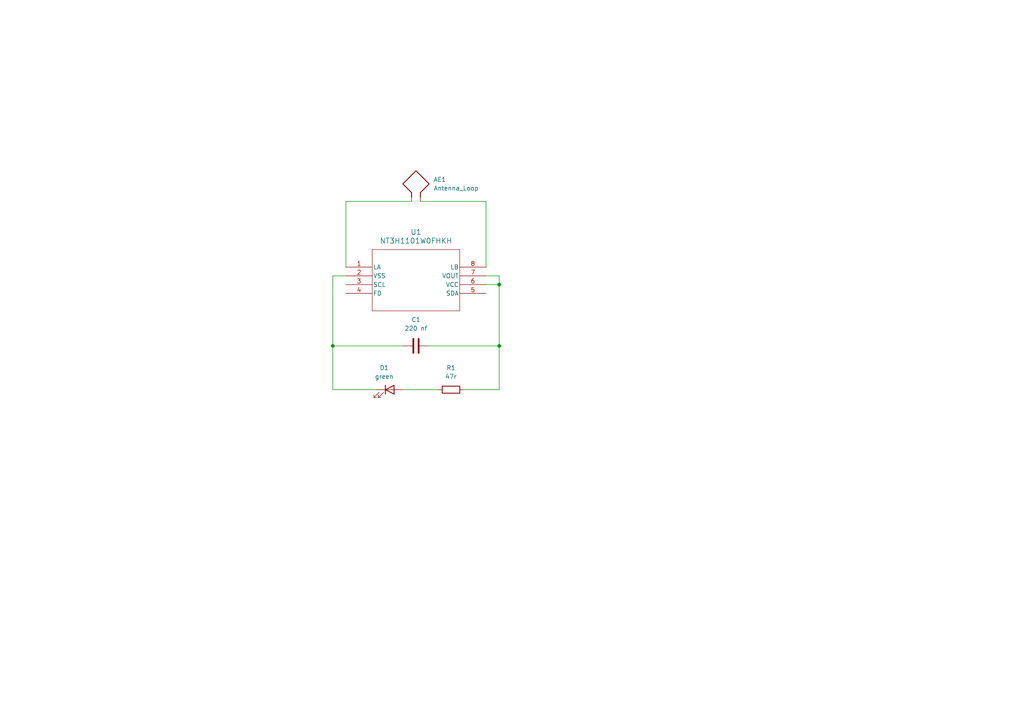
<source format=kicad_sch>
(kicad_sch
	(version 20231120)
	(generator "eeschema")
	(generator_version "8.0")
	(uuid "5874f41d-42b3-401c-b200-35ad8894193a")
	(paper "A4")
	(lib_symbols
		(symbol "Device:Antenna_Loop"
			(pin_numbers hide)
			(pin_names
				(offset 1.016) hide)
			(exclude_from_sim no)
			(in_bom yes)
			(on_board yes)
			(property "Reference" "AE"
				(at 1.27 6.35 0)
				(effects
					(font
						(size 1.27 1.27)
					)
				)
			)
			(property "Value" "Antenna_Loop"
				(at 1.27 5.08 0)
				(effects
					(font
						(size 1.27 1.27)
					)
				)
			)
			(property "Footprint" ""
				(at 0 0 0)
				(effects
					(font
						(size 1.27 1.27)
					)
					(hide yes)
				)
			)
			(property "Datasheet" "~"
				(at 0 0 0)
				(effects
					(font
						(size 1.27 1.27)
					)
					(hide yes)
				)
			)
			(property "Description" "Loop antenna"
				(at 0 0 0)
				(effects
					(font
						(size 1.27 1.27)
					)
					(hide yes)
				)
			)
			(property "ki_keywords" "loop antenna"
				(at 0 0 0)
				(effects
					(font
						(size 1.27 1.27)
					)
					(hide yes)
				)
			)
			(symbol "Antenna_Loop_0_1"
				(polyline
					(pts
						(xy 2.54 -3.81) (xy 2.54 -2.54) (xy 5.08 0) (xy 1.27 3.81) (xy -2.54 0) (xy 0 -2.54) (xy 0 -3.81)
					)
					(stroke
						(width 0.254)
						(type default)
					)
					(fill
						(type none)
					)
				)
			)
			(symbol "Antenna_Loop_1_1"
				(pin input line
					(at 0 -5.08 90)
					(length 2.54)
					(name "~"
						(effects
							(font
								(size 1.27 1.27)
							)
						)
					)
					(number "1"
						(effects
							(font
								(size 1.27 1.27)
							)
						)
					)
				)
				(pin input line
					(at 2.54 -5.08 90)
					(length 2.54)
					(name "~"
						(effects
							(font
								(size 1.27 1.27)
							)
						)
					)
					(number "2"
						(effects
							(font
								(size 1.27 1.27)
							)
						)
					)
				)
			)
		)
		(symbol "Device:C"
			(pin_numbers hide)
			(pin_names
				(offset 0.254)
			)
			(exclude_from_sim no)
			(in_bom yes)
			(on_board yes)
			(property "Reference" "C"
				(at 0.635 2.54 0)
				(effects
					(font
						(size 1.27 1.27)
					)
					(justify left)
				)
			)
			(property "Value" "C"
				(at 0.635 -2.54 0)
				(effects
					(font
						(size 1.27 1.27)
					)
					(justify left)
				)
			)
			(property "Footprint" ""
				(at 0.9652 -3.81 0)
				(effects
					(font
						(size 1.27 1.27)
					)
					(hide yes)
				)
			)
			(property "Datasheet" "~"
				(at 0 0 0)
				(effects
					(font
						(size 1.27 1.27)
					)
					(hide yes)
				)
			)
			(property "Description" "Unpolarized capacitor"
				(at 0 0 0)
				(effects
					(font
						(size 1.27 1.27)
					)
					(hide yes)
				)
			)
			(property "ki_keywords" "cap capacitor"
				(at 0 0 0)
				(effects
					(font
						(size 1.27 1.27)
					)
					(hide yes)
				)
			)
			(property "ki_fp_filters" "C_*"
				(at 0 0 0)
				(effects
					(font
						(size 1.27 1.27)
					)
					(hide yes)
				)
			)
			(symbol "C_0_1"
				(polyline
					(pts
						(xy -2.032 -0.762) (xy 2.032 -0.762)
					)
					(stroke
						(width 0.508)
						(type default)
					)
					(fill
						(type none)
					)
				)
				(polyline
					(pts
						(xy -2.032 0.762) (xy 2.032 0.762)
					)
					(stroke
						(width 0.508)
						(type default)
					)
					(fill
						(type none)
					)
				)
			)
			(symbol "C_1_1"
				(pin passive line
					(at 0 3.81 270)
					(length 2.794)
					(name "~"
						(effects
							(font
								(size 1.27 1.27)
							)
						)
					)
					(number "1"
						(effects
							(font
								(size 1.27 1.27)
							)
						)
					)
				)
				(pin passive line
					(at 0 -3.81 90)
					(length 2.794)
					(name "~"
						(effects
							(font
								(size 1.27 1.27)
							)
						)
					)
					(number "2"
						(effects
							(font
								(size 1.27 1.27)
							)
						)
					)
				)
			)
		)
		(symbol "Device:LED"
			(pin_numbers hide)
			(pin_names
				(offset 1.016) hide)
			(exclude_from_sim no)
			(in_bom yes)
			(on_board yes)
			(property "Reference" "D"
				(at 0 2.54 0)
				(effects
					(font
						(size 1.27 1.27)
					)
				)
			)
			(property "Value" "LED"
				(at 0 -2.54 0)
				(effects
					(font
						(size 1.27 1.27)
					)
				)
			)
			(property "Footprint" ""
				(at 0 0 0)
				(effects
					(font
						(size 1.27 1.27)
					)
					(hide yes)
				)
			)
			(property "Datasheet" "~"
				(at 0 0 0)
				(effects
					(font
						(size 1.27 1.27)
					)
					(hide yes)
				)
			)
			(property "Description" "Light emitting diode"
				(at 0 0 0)
				(effects
					(font
						(size 1.27 1.27)
					)
					(hide yes)
				)
			)
			(property "ki_keywords" "LED diode"
				(at 0 0 0)
				(effects
					(font
						(size 1.27 1.27)
					)
					(hide yes)
				)
			)
			(property "ki_fp_filters" "LED* LED_SMD:* LED_THT:*"
				(at 0 0 0)
				(effects
					(font
						(size 1.27 1.27)
					)
					(hide yes)
				)
			)
			(symbol "LED_0_1"
				(polyline
					(pts
						(xy -1.27 -1.27) (xy -1.27 1.27)
					)
					(stroke
						(width 0.254)
						(type default)
					)
					(fill
						(type none)
					)
				)
				(polyline
					(pts
						(xy -1.27 0) (xy 1.27 0)
					)
					(stroke
						(width 0)
						(type default)
					)
					(fill
						(type none)
					)
				)
				(polyline
					(pts
						(xy 1.27 -1.27) (xy 1.27 1.27) (xy -1.27 0) (xy 1.27 -1.27)
					)
					(stroke
						(width 0.254)
						(type default)
					)
					(fill
						(type none)
					)
				)
				(polyline
					(pts
						(xy -3.048 -0.762) (xy -4.572 -2.286) (xy -3.81 -2.286) (xy -4.572 -2.286) (xy -4.572 -1.524)
					)
					(stroke
						(width 0)
						(type default)
					)
					(fill
						(type none)
					)
				)
				(polyline
					(pts
						(xy -1.778 -0.762) (xy -3.302 -2.286) (xy -2.54 -2.286) (xy -3.302 -2.286) (xy -3.302 -1.524)
					)
					(stroke
						(width 0)
						(type default)
					)
					(fill
						(type none)
					)
				)
			)
			(symbol "LED_1_1"
				(pin passive line
					(at -3.81 0 0)
					(length 2.54)
					(name "K"
						(effects
							(font
								(size 1.27 1.27)
							)
						)
					)
					(number "1"
						(effects
							(font
								(size 1.27 1.27)
							)
						)
					)
				)
				(pin passive line
					(at 3.81 0 180)
					(length 2.54)
					(name "A"
						(effects
							(font
								(size 1.27 1.27)
							)
						)
					)
					(number "2"
						(effects
							(font
								(size 1.27 1.27)
							)
						)
					)
				)
			)
		)
		(symbol "Device:R"
			(pin_numbers hide)
			(pin_names
				(offset 0)
			)
			(exclude_from_sim no)
			(in_bom yes)
			(on_board yes)
			(property "Reference" "R"
				(at 2.032 0 90)
				(effects
					(font
						(size 1.27 1.27)
					)
				)
			)
			(property "Value" "R"
				(at 0 0 90)
				(effects
					(font
						(size 1.27 1.27)
					)
				)
			)
			(property "Footprint" ""
				(at -1.778 0 90)
				(effects
					(font
						(size 1.27 1.27)
					)
					(hide yes)
				)
			)
			(property "Datasheet" "~"
				(at 0 0 0)
				(effects
					(font
						(size 1.27 1.27)
					)
					(hide yes)
				)
			)
			(property "Description" "Resistor"
				(at 0 0 0)
				(effects
					(font
						(size 1.27 1.27)
					)
					(hide yes)
				)
			)
			(property "ki_keywords" "R res resistor"
				(at 0 0 0)
				(effects
					(font
						(size 1.27 1.27)
					)
					(hide yes)
				)
			)
			(property "ki_fp_filters" "R_*"
				(at 0 0 0)
				(effects
					(font
						(size 1.27 1.27)
					)
					(hide yes)
				)
			)
			(symbol "R_0_1"
				(rectangle
					(start -1.016 -2.54)
					(end 1.016 2.54)
					(stroke
						(width 0.254)
						(type default)
					)
					(fill
						(type none)
					)
				)
			)
			(symbol "R_1_1"
				(pin passive line
					(at 0 3.81 270)
					(length 1.27)
					(name "~"
						(effects
							(font
								(size 1.27 1.27)
							)
						)
					)
					(number "1"
						(effects
							(font
								(size 1.27 1.27)
							)
						)
					)
				)
				(pin passive line
					(at 0 -3.81 90)
					(length 1.27)
					(name "~"
						(effects
							(font
								(size 1.27 1.27)
							)
						)
					)
					(number "2"
						(effects
							(font
								(size 1.27 1.27)
							)
						)
					)
				)
			)
		)
		(symbol "NFC:NT3H1101W0FHKH"
			(pin_names
				(offset 0.254)
			)
			(exclude_from_sim no)
			(in_bom yes)
			(on_board yes)
			(property "Reference" "U"
				(at 20.32 10.16 0)
				(effects
					(font
						(size 1.524 1.524)
					)
				)
			)
			(property "Value" "NT3H1101W0FHKH"
				(at 20.32 7.62 0)
				(effects
					(font
						(size 1.524 1.524)
					)
				)
			)
			(property "Footprint" "XQFN8_NT3H1101_NXP"
				(at 0 0 0)
				(effects
					(font
						(size 1.27 1.27)
						(italic yes)
					)
					(hide yes)
				)
			)
			(property "Datasheet" "NT3H1101W0FHKH"
				(at 0 0 0)
				(effects
					(font
						(size 1.27 1.27)
						(italic yes)
					)
					(hide yes)
				)
			)
			(property "Description" ""
				(at 0 0 0)
				(effects
					(font
						(size 1.27 1.27)
					)
					(hide yes)
				)
			)
			(property "ki_keywords" "NT3H1101W0FHKH"
				(at 0 0 0)
				(effects
					(font
						(size 1.27 1.27)
					)
					(hide yes)
				)
			)
			(property "ki_fp_filters" "XQFN8_NT3H1101_NXP XQFN8_NT3H1101_NXP-M XQFN8_NT3H1101_NXP-L"
				(at 0 0 0)
				(effects
					(font
						(size 1.27 1.27)
					)
					(hide yes)
				)
			)
			(symbol "NT3H1101W0FHKH_0_1"
				(polyline
					(pts
						(xy 7.62 -12.7) (xy 33.02 -12.7)
					)
					(stroke
						(width 0.127)
						(type default)
					)
					(fill
						(type none)
					)
				)
				(polyline
					(pts
						(xy 7.62 5.08) (xy 7.62 -12.7)
					)
					(stroke
						(width 0.127)
						(type default)
					)
					(fill
						(type none)
					)
				)
				(polyline
					(pts
						(xy 33.02 -12.7) (xy 33.02 5.08)
					)
					(stroke
						(width 0.127)
						(type default)
					)
					(fill
						(type none)
					)
				)
				(polyline
					(pts
						(xy 33.02 5.08) (xy 7.62 5.08)
					)
					(stroke
						(width 0.127)
						(type default)
					)
					(fill
						(type none)
					)
				)
				(pin unspecified line
					(at 0 0 0)
					(length 7.62)
					(name "LA"
						(effects
							(font
								(size 1.27 1.27)
							)
						)
					)
					(number "1"
						(effects
							(font
								(size 1.27 1.27)
							)
						)
					)
				)
				(pin power_out line
					(at 0 -2.54 0)
					(length 7.62)
					(name "VSS"
						(effects
							(font
								(size 1.27 1.27)
							)
						)
					)
					(number "2"
						(effects
							(font
								(size 1.27 1.27)
							)
						)
					)
				)
				(pin unspecified line
					(at 0 -5.08 0)
					(length 7.62)
					(name "SCL"
						(effects
							(font
								(size 1.27 1.27)
							)
						)
					)
					(number "3"
						(effects
							(font
								(size 1.27 1.27)
							)
						)
					)
				)
				(pin unspecified line
					(at 0 -7.62 0)
					(length 7.62)
					(name "FD"
						(effects
							(font
								(size 1.27 1.27)
							)
						)
					)
					(number "4"
						(effects
							(font
								(size 1.27 1.27)
							)
						)
					)
				)
				(pin unspecified line
					(at 40.64 -7.62 180)
					(length 7.62)
					(name "SDA"
						(effects
							(font
								(size 1.27 1.27)
							)
						)
					)
					(number "5"
						(effects
							(font
								(size 1.27 1.27)
							)
						)
					)
				)
				(pin power_in line
					(at 40.64 -5.08 180)
					(length 7.62)
					(name "VCC"
						(effects
							(font
								(size 1.27 1.27)
							)
						)
					)
					(number "6"
						(effects
							(font
								(size 1.27 1.27)
							)
						)
					)
				)
				(pin output line
					(at 40.64 -2.54 180)
					(length 7.62)
					(name "VOUT"
						(effects
							(font
								(size 1.27 1.27)
							)
						)
					)
					(number "7"
						(effects
							(font
								(size 1.27 1.27)
							)
						)
					)
				)
				(pin unspecified line
					(at 40.64 0 180)
					(length 7.62)
					(name "LB"
						(effects
							(font
								(size 1.27 1.27)
							)
						)
					)
					(number "8"
						(effects
							(font
								(size 1.27 1.27)
							)
						)
					)
				)
			)
		)
	)
	(junction
		(at 144.78 82.55)
		(diameter 0)
		(color 0 0 0 0)
		(uuid "3d1abee0-8a1f-4409-9ac7-c5c494d999b7")
	)
	(junction
		(at 96.52 100.33)
		(diameter 0)
		(color 0 0 0 0)
		(uuid "5a91a4c7-9154-4ddd-8f93-303452ce696a")
	)
	(junction
		(at 144.78 100.33)
		(diameter 0)
		(color 0 0 0 0)
		(uuid "fb93dfb2-6ed2-4d84-8ee4-1170c18a3bad")
	)
	(wire
		(pts
			(xy 124.46 100.33) (xy 144.78 100.33)
		)
		(stroke
			(width 0)
			(type default)
		)
		(uuid "134a488e-34ff-4f52-a01a-3ae10a4ba904")
	)
	(wire
		(pts
			(xy 144.78 100.33) (xy 144.78 113.03)
		)
		(stroke
			(width 0)
			(type default)
		)
		(uuid "137247f2-4382-4cbf-bdd0-5b5a6485801f")
	)
	(wire
		(pts
			(xy 144.78 113.03) (xy 134.62 113.03)
		)
		(stroke
			(width 0)
			(type default)
		)
		(uuid "18441849-a6e7-4d55-8df3-2f5084477057")
	)
	(wire
		(pts
			(xy 96.52 100.33) (xy 116.84 100.33)
		)
		(stroke
			(width 0)
			(type default)
		)
		(uuid "209ac53b-7ad0-402e-8bd3-217fb1328650")
	)
	(wire
		(pts
			(xy 96.52 80.01) (xy 96.52 100.33)
		)
		(stroke
			(width 0)
			(type default)
		)
		(uuid "237aeec0-75a2-49fb-91c2-231fce4a786e")
	)
	(wire
		(pts
			(xy 144.78 82.55) (xy 144.78 100.33)
		)
		(stroke
			(width 0)
			(type default)
		)
		(uuid "43062cdf-b12a-4ff9-8151-139a5ab260da")
	)
	(wire
		(pts
			(xy 140.97 58.42) (xy 121.92 58.42)
		)
		(stroke
			(width 0)
			(type default)
		)
		(uuid "5c5fad80-bf70-4250-b56d-e97f08a09566")
	)
	(wire
		(pts
			(xy 140.97 80.01) (xy 144.78 80.01)
		)
		(stroke
			(width 0)
			(type default)
		)
		(uuid "62baa7ae-4dfa-47c2-934c-6a7af850b23b")
	)
	(wire
		(pts
			(xy 140.97 82.55) (xy 144.78 82.55)
		)
		(stroke
			(width 0)
			(type default)
		)
		(uuid "71c86528-361f-42ca-a175-c610017112fe")
	)
	(wire
		(pts
			(xy 144.78 80.01) (xy 144.78 82.55)
		)
		(stroke
			(width 0)
			(type default)
		)
		(uuid "95c97196-da32-4245-88bd-caa25d5f3098")
	)
	(wire
		(pts
			(xy 116.84 113.03) (xy 127 113.03)
		)
		(stroke
			(width 0)
			(type default)
		)
		(uuid "a3f223f2-8dd8-4162-8247-7c1d6a9b92b7")
	)
	(wire
		(pts
			(xy 100.33 80.01) (xy 96.52 80.01)
		)
		(stroke
			(width 0)
			(type default)
		)
		(uuid "a491bb10-b083-405f-add9-52fa70bbb759")
	)
	(wire
		(pts
			(xy 140.97 77.47) (xy 140.97 58.42)
		)
		(stroke
			(width 0)
			(type default)
		)
		(uuid "a89a5b75-ea6b-4433-9976-60a7f483d9c6")
	)
	(wire
		(pts
			(xy 100.33 58.42) (xy 119.38 58.42)
		)
		(stroke
			(width 0)
			(type default)
		)
		(uuid "bed83ed1-1205-49eb-9041-eb5334fce6c5")
	)
	(wire
		(pts
			(xy 96.52 100.33) (xy 96.52 113.03)
		)
		(stroke
			(width 0)
			(type default)
		)
		(uuid "dfa2c2d3-9e1b-4bd0-9c6a-0e085b8a8279")
	)
	(wire
		(pts
			(xy 100.33 77.47) (xy 100.33 58.42)
		)
		(stroke
			(width 0)
			(type default)
		)
		(uuid "e089ff5d-05dd-4c2d-93d9-ba7693d13291")
	)
	(wire
		(pts
			(xy 96.52 113.03) (xy 109.22 113.03)
		)
		(stroke
			(width 0)
			(type default)
		)
		(uuid "f141e31b-3bf1-4701-82ff-6b83f9c84de6")
	)
	(symbol
		(lib_id "Device:R")
		(at 130.81 113.03 90)
		(unit 1)
		(exclude_from_sim no)
		(in_bom yes)
		(on_board yes)
		(dnp no)
		(fields_autoplaced yes)
		(uuid "36609a12-adec-4e1d-bb0d-e63b4c1130dd")
		(property "Reference" "R1"
			(at 130.81 106.68 90)
			(effects
				(font
					(size 1.27 1.27)
				)
			)
		)
		(property "Value" "47r"
			(at 130.81 109.22 90)
			(effects
				(font
					(size 1.27 1.27)
				)
			)
		)
		(property "Footprint" "Capacitor_SMD:C_0603_1608Metric_Pad1.08x0.95mm_HandSolder"
			(at 130.81 114.808 90)
			(effects
				(font
					(size 1.27 1.27)
				)
				(hide yes)
			)
		)
		(property "Datasheet" "~"
			(at 130.81 113.03 0)
			(effects
				(font
					(size 1.27 1.27)
				)
				(hide yes)
			)
		)
		(property "Description" "Resistor"
			(at 130.81 113.03 0)
			(effects
				(font
					(size 1.27 1.27)
				)
				(hide yes)
			)
		)
		(pin "2"
			(uuid "2a038903-6df4-41d4-820a-be0cc453f2f0")
		)
		(pin "1"
			(uuid "558820fa-9e32-4144-80ad-9f0f110839ea")
		)
		(instances
			(project "NFC_CC"
				(path "/5874f41d-42b3-401c-b200-35ad8894193a"
					(reference "R1")
					(unit 1)
				)
			)
		)
	)
	(symbol
		(lib_id "Device:Antenna_Loop")
		(at 119.38 53.34 0)
		(unit 1)
		(exclude_from_sim no)
		(in_bom yes)
		(on_board yes)
		(dnp no)
		(fields_autoplaced yes)
		(uuid "9524f486-1547-4a6a-b811-c693f7e839a9")
		(property "Reference" "AE1"
			(at 125.73 52.0699 0)
			(effects
				(font
					(size 1.27 1.27)
				)
				(justify left)
			)
		)
		(property "Value" "Antenna_Loop"
			(at 125.73 54.6099 0)
			(effects
				(font
					(size 1.27 1.27)
				)
				(justify left)
			)
		)
		(property "Footprint" "Library:SpiralAnt2in"
			(at 119.38 53.34 0)
			(effects
				(font
					(size 1.27 1.27)
				)
				(hide yes)
			)
		)
		(property "Datasheet" "~"
			(at 119.38 53.34 0)
			(effects
				(font
					(size 1.27 1.27)
				)
				(hide yes)
			)
		)
		(property "Description" "Loop antenna"
			(at 119.38 53.34 0)
			(effects
				(font
					(size 1.27 1.27)
				)
				(hide yes)
			)
		)
		(pin "1"
			(uuid "e399bbd8-b725-4e9f-89dc-1affee357c66")
		)
		(pin "2"
			(uuid "4fd24d2e-c334-4ecb-93bb-31a436999555")
		)
		(instances
			(project "NFC_CC"
				(path "/5874f41d-42b3-401c-b200-35ad8894193a"
					(reference "AE1")
					(unit 1)
				)
			)
		)
	)
	(symbol
		(lib_id "Device:LED")
		(at 113.03 113.03 0)
		(unit 1)
		(exclude_from_sim no)
		(in_bom yes)
		(on_board yes)
		(dnp no)
		(fields_autoplaced yes)
		(uuid "a4c364f0-d597-4bf2-a366-7fc04f62426b")
		(property "Reference" "D1"
			(at 111.4425 106.68 0)
			(effects
				(font
					(size 1.27 1.27)
				)
			)
		)
		(property "Value" "green"
			(at 111.4425 109.22 0)
			(effects
				(font
					(size 1.27 1.27)
				)
			)
		)
		(property "Footprint" "LED_SMD:LED_0805_2012Metric_Pad1.15x1.40mm_HandSolder"
			(at 113.03 113.03 0)
			(effects
				(font
					(size 1.27 1.27)
				)
				(hide yes)
			)
		)
		(property "Datasheet" "~"
			(at 113.03 113.03 0)
			(effects
				(font
					(size 1.27 1.27)
				)
				(hide yes)
			)
		)
		(property "Description" "Light emitting diode"
			(at 113.03 113.03 0)
			(effects
				(font
					(size 1.27 1.27)
				)
				(hide yes)
			)
		)
		(pin "2"
			(uuid "88dc81ef-6d86-4806-ae63-2fd066f67097")
		)
		(pin "1"
			(uuid "633ca1c0-350f-4132-b497-c301ceb2a0eb")
		)
		(instances
			(project "NFC_CC"
				(path "/5874f41d-42b3-401c-b200-35ad8894193a"
					(reference "D1")
					(unit 1)
				)
			)
		)
	)
	(symbol
		(lib_id "Device:C")
		(at 120.65 100.33 90)
		(unit 1)
		(exclude_from_sim no)
		(in_bom yes)
		(on_board yes)
		(dnp no)
		(fields_autoplaced yes)
		(uuid "cf8f9977-0dbd-4a11-a019-6f5735611058")
		(property "Reference" "C1"
			(at 120.65 92.71 90)
			(effects
				(font
					(size 1.27 1.27)
				)
			)
		)
		(property "Value" "220 nf"
			(at 120.65 95.25 90)
			(effects
				(font
					(size 1.27 1.27)
				)
			)
		)
		(property "Footprint" "Resistor_SMD:R_0603_1608Metric_Pad0.98x0.95mm_HandSolder"
			(at 124.46 99.3648 0)
			(effects
				(font
					(size 1.27 1.27)
				)
				(hide yes)
			)
		)
		(property "Datasheet" "~"
			(at 120.65 100.33 0)
			(effects
				(font
					(size 1.27 1.27)
				)
				(hide yes)
			)
		)
		(property "Description" "Unpolarized capacitor"
			(at 120.65 100.33 0)
			(effects
				(font
					(size 1.27 1.27)
				)
				(hide yes)
			)
		)
		(pin "2"
			(uuid "0ab00689-5c3d-4e56-af1d-568c035836e4")
		)
		(pin "1"
			(uuid "53ceec00-f8b3-4de0-87b6-9706add1aaf2")
		)
		(instances
			(project "NFC_CC"
				(path "/5874f41d-42b3-401c-b200-35ad8894193a"
					(reference "C1")
					(unit 1)
				)
			)
		)
	)
	(symbol
		(lib_id "NFC:NT3H1101W0FHKH")
		(at 100.33 77.47 0)
		(unit 1)
		(exclude_from_sim no)
		(in_bom yes)
		(on_board yes)
		(dnp no)
		(fields_autoplaced yes)
		(uuid "ea335cc3-9a67-44e3-87d2-29fed0831f7e")
		(property "Reference" "U1"
			(at 120.65 67.31 0)
			(effects
				(font
					(size 1.524 1.524)
				)
			)
		)
		(property "Value" "NT3H1101W0FHKH"
			(at 120.65 69.85 0)
			(effects
				(font
					(size 1.524 1.524)
				)
			)
		)
		(property "Footprint" "NFC chip:XQFN8_NT3H1101_NXP-L"
			(at 100.33 77.47 0)
			(effects
				(font
					(size 1.27 1.27)
					(italic yes)
				)
				(hide yes)
			)
		)
		(property "Datasheet" "NT3H1101W0FHKH"
			(at 100.33 77.47 0)
			(effects
				(font
					(size 1.27 1.27)
					(italic yes)
				)
				(hide yes)
			)
		)
		(property "Description" ""
			(at 100.33 77.47 0)
			(effects
				(font
					(size 1.27 1.27)
				)
				(hide yes)
			)
		)
		(pin "3"
			(uuid "53df01dd-7f40-4921-b6a7-d5f12e880c55")
		)
		(pin "2"
			(uuid "1e8cddcb-db6b-4698-9d58-ed66258b7391")
		)
		(pin "5"
			(uuid "05d18bc1-dd14-4f0f-af32-adf31d8c80af")
		)
		(pin "7"
			(uuid "f3f07596-c240-4f24-845e-79ba5959794a")
		)
		(pin "1"
			(uuid "e34b6c92-7dad-4423-a7f8-cfe049a3843b")
		)
		(pin "8"
			(uuid "a986a0bc-e71d-4d3e-9b52-980329997eac")
		)
		(pin "4"
			(uuid "4829fa58-d590-44b7-b810-98aaa26acdf6")
		)
		(pin "6"
			(uuid "dabdcbff-0497-4d34-b786-0d40928bc2a7")
		)
		(instances
			(project "NFC_CC"
				(path "/5874f41d-42b3-401c-b200-35ad8894193a"
					(reference "U1")
					(unit 1)
				)
			)
		)
	)
	(sheet_instances
		(path "/"
			(page "1")
		)
	)
)
</source>
